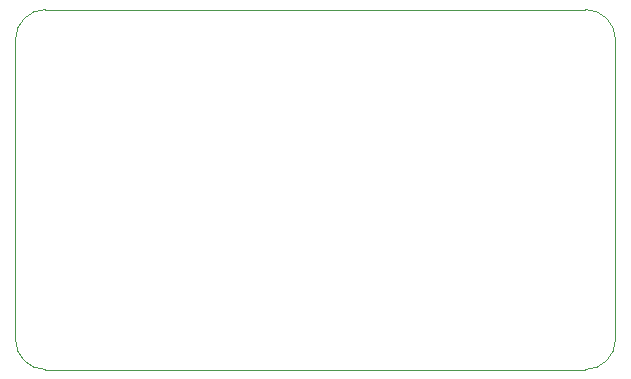
<source format=gm1>
G04 #@! TF.FileFunction,Profile,NP*
%FSLAX46Y46*%
G04 Gerber Fmt 4.6, Leading zero omitted, Abs format (unit mm)*
G04 Created by KiCad (PCBNEW 4.0.1-stable) date Saturday, February 13, 2016 'PMt' 08:54:39 PM*
%MOMM*%
G01*
G04 APERTURE LIST*
%ADD10C,0.100000*%
%ADD11C,0.076200*%
G04 APERTURE END LIST*
D10*
D11*
X168910000Y-97790000D02*
G75*
G03X171450000Y-100330000I2540000J0D01*
G01*
X217170000Y-100330000D02*
X171450000Y-100330000D01*
X168910000Y-72390000D02*
X168910000Y-97790000D01*
X171450000Y-69850000D02*
G75*
G03X168910000Y-72390000I0J-2540000D01*
G01*
X217170000Y-100330000D02*
G75*
G03X219710000Y-97790000I0J2540000D01*
G01*
X219710000Y-72390000D02*
G75*
G03X217170000Y-69850000I-2540000J0D01*
G01*
X219710000Y-72390000D02*
X219710000Y-97790000D01*
X171450000Y-69850000D02*
X217170000Y-69850000D01*
M02*

</source>
